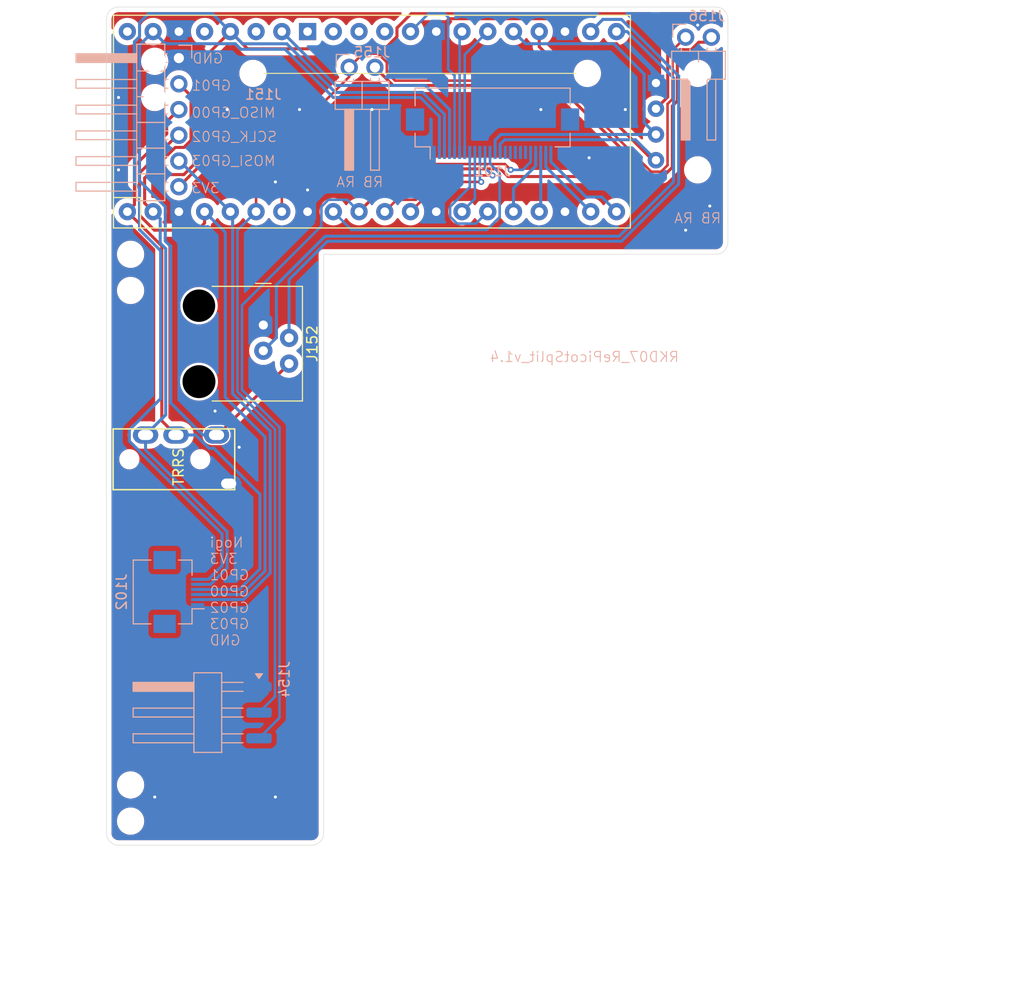
<source format=kicad_pcb>
(kicad_pcb (version 20241229) (generator "pcbnew") (generator_version "9.0")
  (layers (0 "F.Cu" signal) (2 "B.Cu" signal) (13 "F.Paste" user) (15 "B.Paste" user) (5 "F.SilkS" user "F.Silkscreen") (7 "B.SilkS" user "B.Silkscreen") (1 "F.Mask" user) (3 "B.Mask" user) (25 "Edge.Cuts" user))
  (net 0 "")
  (net 1 "VCC")
  (net 2 "GND")
  (net 3 "3V3")
  (net 11 "ROW4_L")
  (net 12 "COL9_L")
  (net 13 "SDA{slash}SCK_L")
  (net 15 "COL10_L")
  (net 16 "ROW1_L")
  (net 18 "ROW3_L")
  (net 19 "COL13_L")
  (net 20 "COL8_L")
  (net 22 "ROW0_L")
  (net 23 "COL6_L")
  (net 24 "COL7_L")
  (net 25 "COL5_L")
  (net 26 "GP17_RX")
  (net 27 "SCL{slash}TX_L")
  (net 28 "ROW2_L")
  (net 29 "COL12_L")
  (net 30 "COL11_L")
  (net 31 "GP04")
  (net 32 "GP07")
  (net 33 "GP16_TX")
  (net 34 "GP02_SCLK")
  (net 35 "GP00_MISO")
  (net 36 "GP03_MOSI")
  (net 37 "GP01_NCS")
  (net 39 "unconnected-(U101-GPIO27_ADC1-Pad32)")
  (footprint "kbd_Hole:m2_Screw_Hole" (layer "F.Cu") (at 80.9625 55.959375)
    (property "Reference" "Ref**")
    (property "Value" "Val**")
    (pad "" np_thru_hole circle (at 0 0) (size 2.2 2.2) (drill 2.2) (layers "*.Cu" "*.Mask"))
  )
  (footprint "kbd_Hole:m2_Screw_Hole" (layer "F.Cu") (at 80.9625 108.346875)
    (property "Reference" "Ref**")
    (property "Value" "Val**")
    (pad "" np_thru_hole circle (at 0 0) (size 2.2 2.2) (drill 2.2) (layers "*.Cu" "*.Mask"))
  )
  (footprint "kbd_Hole:m2_Screw_Hole" (layer "F.Cu") (at 136.92199 34.528151)
    (property "Reference" "Ref**")
    (property "Value" "Val**")
    (pad "" np_thru_hole circle (at 0 0) (size 2.2 2.2) (drill 2.2) (layers "*.Cu" "*.Mask"))
  )
  (footprint "kbd_Hole:m2_Screw_Hole" (layer "F.Cu") (at 136.92199 44.053159)
    (property "Reference" "Ref**")
    (property "Value" "Val**")
    (pad "" np_thru_hole circle (at 0 0) (size 2.2 2.2) (drill 2.2) (layers "*.Cu" "*.Mask"))
  )
  (footprint "kbd_Hole:m2_Screw_Hole" (layer "F.Cu") (at 80.9625 52.3875)
    (property "Reference" "Ref**")
    (property "Value" "Val**")
    (pad "" np_thru_hole circle (at 0 0) (size 2.2 2.2) (drill 2.2) (layers "*.Cu" "*.Mask"))
  )
  (footprint "Rikkodo_FootPrint:rkd_unified_wid_BTM" (layer "F.Cu") (at 109.5375 34.528125)
    (property "Reference" "UnifiedW**" (hide yes))
    (property "Value" "rkd_unified_wid_BTM" (hide yes))
    (pad "" np_thru_hole circle (at -16.5 0) (size 2.2 2.2) (drill 2.2) (layers "*.Cu" "*.Mask"))
    (pad "" np_thru_hole circle (at 16.5 0) (size 2.2 2.2) (drill 2.2) (layers "*.Cu" "*.Mask"))
  )
  (footprint "kbd_Hole:m2_Screw_Hole" (layer "F.Cu") (at 83.34375 33.337532)
    (property "Reference" "Ref**")
    (property "Value" "Val**")
    (pad "" np_thru_hole circle (at 0 0) (size 2.2 2.2) (drill 2.2) (layers "*.Cu" "*.Mask"))
  )
  (footprint "BrownSugar_KBD:TRRS_PJ-320A" (layer "F.Cu") (at 79.239375 72.628125 90)
    (property "Reference" "J153")
    (property "Value" "TRRS" (hide yes))
    (fp_text user "TRRS" (at -0.75 6.45 90) (layer "F.SilkS"))
    (pad "" np_thru_hole circle (at 0 1.6 90) (size 1.5 1.5) (drill 1.5) (layers "*.Cu" "*.Mask"))
    (pad "" np_thru_hole circle (at 0 8.6 90) (size 1.5 1.5) (drill 1.5) (layers "*.Cu" "*.Mask"))
    (pad "A" thru_hole oval (at -2.4 11.4 90) (size 1.7 2.5) (drill oval 1 1.5) (layers "*.Cu" "*.Mask") (net 2 "GND") (clearance 0.15))
    (pad "B" thru_hole oval (at 2.4 3.2 90) (size 1.7 2.5) (drill oval 1 1.5) (layers "*.Cu" "*.Mask") (net 37 "GP01_NCS"))
    (pad "C" thru_hole oval (at 2.4 6.2 90) (size 1.7 2.5) (drill oval 1 1.5) (layers "*.Cu" "*.Mask") (net 35 "GP00_MISO"))
    (pad "D" thru_hole oval (at 2.4 10.2 90) (size 1.7 2.5) (drill oval 1 1.5) (layers "*.Cu" "*.Mask") (net 1 "VCC") (clearance 0.15))
  )
  (footprint "Rikkodo_FootPrint:rkd_RPi_Pico_TH_NODBG" (layer "F.Cu") (at 104.775 39.290625 90)
    (property "Reference" "U101" (hide yes))
    (property "Value" "Pico")
    (pad "1" thru_hole oval (at -8.89 -24.13 90) (size 1.7 1.7) (drill 0.85) (layers "*.Cu" "*.Mask") (net 35 "GP00_MISO"))
    (pad "2" thru_hole oval (at -8.89 -21.59 90) (size 1.7 1.7) (drill 0.85) (layers "*.Cu" "*.Mask") (net 37 "GP01_NCS"))
    (pad "3" thru_hole rect (at -8.89 -19.05 90) (size 1.7 1.7) (drill 0.85) (layers "*.Cu" "*.Mask") (net 2 "GND"))
    (pad "4" thru_hole oval (at -8.89 -16.51 90) (size 1.7 1.7) (drill 0.85) (layers "*.Cu" "*.Mask") (net 34 "GP02_SCLK"))
    (pad "5" thru_hole oval (at -8.89 -13.97 90) (size 1.7 1.7) (drill 0.85) (layers "*.Cu" "*.Mask") (net 36 "GP03_MOSI"))
    (pad "6" thru_hole oval (at -8.89 -11.43 90) (size 1.7 1.7) (drill 0.85) (layers "*.Cu" "*.Mask") (net 31 "GP04"))
    (pad "7" thru_hole oval (at -8.89 -8.89 90) (size 1.7 1.7) (drill 0.85) (layers "*.Cu" "*.Mask") (net 25 "COL5_L"))
    (pad "8" thru_hole rect (at -8.89 -6.35 90) (size 1.7 1.7) (drill 0.85) (layers "*.Cu" "*.Mask") (net 2 "GND"))
    (pad "9" thru_hole oval (at -8.89 -3.81 90) (size 1.7 1.7) (drill 0.85) (layers "*.Cu" "*.Mask") (net 23 "COL6_L"))
    (pad "10" thru_hole oval (at -8.89 -1.27 90) (size 1.7 1.7) (drill 0.85) (layers "*.Cu" "*.Mask") (net 32 "GP07"))
    (pad "11" thru_hole oval (at -8.89 1.27 90) (size 1.7 1.7) (drill 0.85) (layers "*.Cu" "*.Mask") (net 24 "COL7_L"))
    (pad "12" thru_hole oval (at -8.89 3.81 90) (size 1.7 1.7) (drill 0.85) (layers "*.Cu" "*.Mask") (net 20 "COL8_L"))
    (pad "13" thru_hole rect (at -8.89 6.35 90) (size 1.7 1.7) (drill 0.85) (layers "*.Cu" "*.Mask") (net 2 "GND"))
    (pad "14" thru_hole oval (at -8.89 8.89 90) (size 1.7 1.7) (drill 0.85) (layers "*.Cu" "*.Mask") (net 12 "COL9_L"))
    (pad "15" thru_hole oval (at -8.89 11.43 90) (size 1.7 1.7) (drill 0.85) (layers "*.Cu" "*.Mask") (net 15 "COL10_L"))
    (pad "16" thru_hole oval (at -8.89 13.97 90) (size 1.7 1.7) (drill 0.85) (layers "*.Cu" "*.Mask") (net 16 "ROW1_L"))
    (pad "17" thru_hole oval (at -8.89 16.51 90) (size 1.7 1.7) (drill 0.85) (layers "*.Cu" "*.Mask") (net 28 "ROW2_L"))
    (pad "18" thru_hole rect (at -8.89 19.05 90) (size 1.7 1.7) (drill 0.85) (layers "*.Cu" "*.Mask") (net 2 "GND"))
    (pad "19" thru_hole oval (at -8.89 21.59 90) (size 1.7 1.7) (drill 0.85) (layers "*.Cu" "*.Mask") (net 18 "ROW3_L"))
    (pad "20" thru_hole oval (at -8.89 24.13 90) (size 1.7 1.7) (drill 0.85) (layers "*.Cu" "*.Mask") (net 11 "ROW4_L"))
    (pad "21" thru_hole oval (at 8.89 24.13 90) (size 1.7 1.7) (drill 0.85) (layers "*.Cu" "*.Mask") (net 33 "GP16_TX"))
    (pad "22" thru_hole oval (at 8.89 21.59 90) (size 1.7 1.7) (drill 0.85) (layers "*.Cu" "*.Mask") (net 26 "GP17_RX"))
    (pad "23" thru_hole rect (at 8.89 19.05 90) (size 1.7 1.7) (drill 0.85) (layers "*.Cu" "*.Mask") (net 2 "GND"))
    (pad "24" thru_hole oval (at 8.89 16.51 90) (size 1.7 1.7) (drill 0.85) (layers "*.Cu" "*.Mask") (net 13 "SDA{slash}SCK_L"))
    (pad "25" thru_hole oval (at 8.89 13.97 90) (size 1.7 1.7) (drill 0.85) (layers "*.Cu" "*.Mask") (net 27 "SCL{slash}TX_L"))
    (pad "26" thru_hole oval (at 8.89 11.43 90) (size 1.7 1.7) (drill 0.85) (layers "*.Cu" "*.Mask") (net 30 "COL11_L"))
    (pad "27" thru_hole oval (at 8.89 8.89 90) (size 1.7 1.7) (drill 0.85) (layers "*.Cu" "*.Mask") (net 29 "COL12_L"))
    (pad "28" thru_hole rect (at 8.89 6.35 90) (size 1.7 1.7) (drill 0.85) (layers "*.Cu" "*.Mask") (net 2 "GND"))
    (pad "29" thru_hole oval (at 8.89 3.81 90) (size 1.7 1.7) (drill 0.85) (layers "*.Cu" "*.Mask") (net 19 "COL13_L"))
    (pad "30" thru_hole oval (at 8.89 1.27 90) (size 1.7 1.7) (drill 0.85) (layers "*.Cu" "*.Mask"))
    (pad "31" thru_hole oval (at 8.89 -1.27 90) (size 1.7 1.7) (drill 0.85) (layers "*.Cu" "*.Mask"))
    (pad "32" thru_hole oval (at 8.89 -3.81 90) (size 1.7 1.7) (drill 0.85) (layers "*.Cu" "*.Mask") (net 39 "unconnected-(U101-GPIO27_ADC1-Pad32)"))
    (pad "33" thru_hole rect (at 8.89 -6.35 90) (size 1.7 1.7) (drill 0.85) (layers "*.Cu" "*.Mask"))
    (pad "34" thru_hole oval (at 8.89 -8.89 90) (size 1.7 1.7) (drill 0.85) (layers "*.Cu" "*.Mask") (net 22 "ROW0_L"))
    (pad "35" thru_hole oval (at 8.89 -11.43 90) (size 1.7 1.7) (drill 0.85) (layers "*.Cu" "*.Mask"))
    (pad "36" thru_hole oval (at 8.89 -13.97 90) (size 1.7 1.7) (drill 0.85) (layers "*.Cu" "*.Mask") (net 3 "3V3"))
    (pad "37" thru_hole oval (at 8.89 -16.51 90) (size 1.7 1.7) (drill 0.85) (layers "*.Cu" "*.Mask"))
    (pad "38" thru_hole rect (at 8.89 -19.05 90) (size 1.7 1.7) (drill 0.85) (layers "*.Cu" "*.Mask") (net 2 "GND"))
    (pad "39" thru_hole oval (at 8.89 -21.59 90) (size 1.7 1.7) (drill 0.85) (layers "*.Cu" "*.Mask") (net 1 "VCC"))
    (pad "40" thru_hole oval (at 8.89 -24.13 90) (size 1.7 1.7) (drill 0.85) (layers "*.Cu" "*.Mask"))
  )
  (footprint "BrownSugar_KBD:OLED_center_display" (layer "F.Cu") (at 114.3 39.290625 90)
    (property "Reference" "OL101")
    (property "Value" "OLED")
    (pad "1" thru_hole circle (at -3.81 18.5 90) (size 1.62 1.62) (drill 0.82) (layers "*.Cu" "*.Mask") (net 13 "SDA{slash}SCK_L"))
    (pad "2" thru_hole circle (at -1.27 18.5 90) (size 1.62 1.62) (drill 0.82) (layers "*.Cu" "*.Mask") (net 27 "SCL{slash}TX_L"))
    (pad "3" thru_hole circle (at 1.27 18.5 90) (size 1.62 1.62) (drill 0.82) (layers "*.Cu" "*.Mask") (net 3 "3V3"))
    (pad "4" thru_hole rect (at 3.81 18.5 90) (size 1.62 1.62) (drill 0.82) (layers "*.Cu" "*.Mask") (net 2 "GND"))
  )
  (footprint "kbd_Hole:m2_Screw_Hole" (layer "F.Cu") (at 80.9625 104.775)
    (property "Reference" "Ref**")
    (property "Value" "Val**")
    (pad "" np_thru_hole circle (at 0 0) (size 2.2 2.2) (drill 2.2) (layers "*.Cu" "*.Mask"))
  )
  (footprint "Connector_RJ:RJ9_Evercom_5301-440xxx_Horizontal" (layer "F.Cu") (at 94.059375 59.3725 -90)
    (property "Reference" "J152" (at 1.84 -4.826 90) (layer "F.SilkS"))
    (property "Value" "RJ9")
    (pad "" np_thru_hole circle (at -1.91 6.35 270) (size 3.25 3.25) (drill 3.2) (layers "*.Mask"))
    (pad "" np_thru_hole circle (at 5.59 6.35 270) (size 3.25 3.25) (drill 3.25) (layers "*.Mask"))
    (pad "1" thru_hole roundrect (at 0 0 270) (size 1.8 1.8) (drill 0.9) (layers "*.Cu" "*.Mask") (roundrect_rratio 0.1388888889) (net 2 "GND"))
    (pad "2" thru_hole circle (at 1.27 -2.54 270) (size 1.8 1.8) (drill 0.9) (layers "*.Cu" "*.Mask") (net 26 "GP17_RX"))
    (pad "3" thru_hole circle (at 2.54 0 270) (size 1.8 1.8) (drill 0.9) (layers "*.Cu" "*.Mask") (net 33 "GP16_TX"))
    (pad "4" thru_hole circle (at 3.81 -2.54 270) (size 1.8 1.8) (drill 0.9) (layers "*.Cu" "*.Mask") (net 1 "VCC"))
  )
  (footprint "kbd_Hole:m2_Screw_Hole" (layer "F.Cu") (at 83.34375 36.909375)
    (property "Reference" "Ref**")
    (property "Value" "Val**")
    (pad "" np_thru_hole circle (at 0 0) (size 2.2 2.2) (drill 2.2) (layers "*.Cu" "*.Mask"))
  )
  (footprint "Connector_PinHeader_2.54mm:PinHeader_1x02_P2.54mm_Horizontal" (layer "B.Cu") (at 135.73125 30.95625 -90)
    (property "Reference" "J156" (at -2.083618 -2.083478 0) (layer "B.SilkS") (effects (justify mirror)))
    (property "Value" "Conn_01x02_Socket")
    (pad "1" thru_hole circle (at 0 0 270) (size 1.7 1.7) (drill 1) (layers "*.Cu" "*.Mask") (net 31 "GP04"))
    (pad "2" thru_hole circle (at 0 -2.54 270) (size 1.7 1.7) (drill 1) (layers "*.Cu" "*.Mask") (net 32 "GP07"))
  )
  (footprint "Connector_Harwin:Harwin_M20-89003xx_1x03_P2.54mm_Horizontal" (layer "B.Cu") (at 88.10625 97.63125 180)
    (property "Reference" "J154" (at -8.036861 3.274018 270) (layer "B.SilkS") (effects (justify mirror)))
    (property "Value" "Conn_01x02_Socket")
    (pad "1" smd roundrect (at -5.525 2.54 180) (size 2.5 1) (layers "B.Cu" "B.Mask" "B.Paste") (net 2 "GND"))
    (pad "2" smd roundrect (at -5.525 0 180) (size 2.5 1) (layers "B.Cu" "B.Mask" "B.Paste") (net 31 "GP04"))
    (pad "3" smd roundrect (at -5.525 -2.54 180) (size 2.5 1) (layers "B.Cu" "B.Mask" "B.Paste") (net 32 "GP07"))
  )
  (footprint "Connector_FFC-FPC:Hirose_FH12-6S-0.5SH_1x06-1MP_P0.50mm_Horizontal" (layer "B.Cu") (at 85.725 85.725 90)
    (property "Reference" "J102" (at 0.000067 -5.655536 90) (layer "B.SilkS") (effects (justify mirror)))
    (property "Value" "Conn_01x06")
    (pad "1" smd rect (at -1.25 1.85 90) (size 0.3 1.3) (layers "B.Cu" "B.Mask" "B.Paste") (net 2 "GND"))
    (pad "2" smd rect (at -0.75 1.85 90) (size 0.3 1.3) (layers "B.Cu" "B.Mask" "B.Paste") (net 36 "GP03_MOSI"))
    (pad "3" smd rect (at -0.25 1.85 90) (size 0.3 1.3) (layers "B.Cu" "B.Mask" "B.Paste") (net 34 "GP02_SCLK"))
    (pad "4" smd rect (at 0.25 1.85 90) (size 0.3 1.3) (layers "B.Cu" "B.Mask" "B.Paste") (net 35 "GP00_MISO"))
    (pad "5" smd rect (at 0.75 1.85 90) (size 0.3 1.3) (layers "B.Cu" "B.Mask" "B.Paste") (net 37 "GP01_NCS"))
    (pad "6" smd rect (at 1.25 1.85 90) (size 0.3 1.3) (layers "B.Cu" "B.Mask" "B.Paste") (net 3 "3V3"))
    (pad "MP" smd rect (at -3.15 -1.4 90) (size 1.8 2.2) (layers "B.Cu" "B.Mask" "B.Paste"))
    (pad "MP" smd rect (at 3.15 -1.4 90) (size 1.8 2.2) (layers "B.Cu" "B.Mask" "B.Paste"))
  )
  (footprint "Connector_PinHeader_2.54mm:PinHeader_1x06_P2.54mm_Horizontal" (layer "B.Cu") (at 85.725 33.02 180)
    (property "Reference" "J151" (at -8.334375 -3.591688 0) (layer "B.SilkS") (effects (justify mirror)))
    (property "Value" "Conn_01x06")
    (pad "1" thru_hole rect (at 0 0 180) (size 1.7 1.7) (drill 1) (layers "*.Cu" "*.Mask") (net 2 "GND"))
    (pad "2" thru_hole circle (at 0 -2.54 180) (size 1.7 1.7) (drill 1) (layers "*.Cu" "*.Mask") (net 37 "GP01_NCS"))
    (pad "3" thru_hole circle (at 0 -5.08 180) (size 1.7 1.7) (drill 1) (layers "*.Cu" "*.Mask") (net 35 "GP00_MISO"))
    (pad "4" thru_hole circle (at 0 -7.62 180) (size 1.7 1.7) (drill 1) (layers "*.Cu" "*.Mask") (net 34 "GP02_SCLK"))
    (pad "5" thru_hole circle (at 0 -10.16 180) (size 1.7 1.7) (drill 1) (layers "*.Cu" "*.Mask") (net 36 "GP03_MOSI"))
    (pad "6" thru_hole circle (at 0 -12.7 180) (size 1.7 1.7) (drill 1) (layers "*.Cu" "*.Mask") (net 3 "3V3"))
  )
  (footprint "Connector_PinHeader_2.54mm:PinHeader_1x02_P2.54mm_Horizontal" (layer "B.Cu") (at 102.532568 33.932841 -90)
    (property "Reference" "J155" (at -1.488337 -2.242344 0) (layer "B.SilkS") (effects (justify mirror)))
    (property "Value" "Conn_01x02_Socket")
    (pad "1" thru_hole circle (at 0 0 270) (size 1.7 1.7) (drill 1) (layers "*.Cu" "*.Mask") (net 31 "GP04"))
    (pad "2" thru_hole circle (at 0 -2.54 270) (size 1.7 1.7) (drill 1) (layers "*.Cu" "*.Mask") (net 32 "GP07"))
  )
  (footprint "Connector_FFC-FPC:Hirose_FH12-24S-0.5SH_1x24-1MP_P0.50mm_Horizontal" (layer "B.Cu") (at 116.68125 40.48125)
    (property "Reference" "J101" (at 0 3.7 0) (layer "B.SilkS") (effects (justify mirror)))
    (property "Value" "Conn_01x24")
    (pad "1" smd rect (at -5.75 1.85) (size 0.3 1.3) (layers "B.Cu" "B.Mask" "B.Paste") (net 2 "GND"))
    (pad "2" smd rect (at -5.25 1.85) (size 0.3 1.3) (layers "B.Cu" "B.Mask" "B.Paste") (net 1 "VCC"))
    (pad "3" smd rect (at -4.75 1.85) (size 0.3 1.3) (layers "B.Cu" "B.Mask" "B.Paste") (net 3 "3V3"))
    (pad "4" smd rect (at -4.25 1.85) (size 0.3 1.3) (layers "B.Cu" "B.Mask" "B.Paste") (net 22 "ROW0_L"))
    (pad "5" smd rect (at -3.75 1.85) (size 0.3 1.3) (layers "B.Cu" "B.Mask" "B.Paste") (net 19 "COL13_L"))
    (pad "6" smd rect (at -3.25 1.85) (size 0.3 1.3) (layers "B.Cu" "B.Mask" "B.Paste") (net 29 "COL12_L"))
    (pad "7" smd rect (at -2.75 1.85) (size 0.3 1.3) (layers "B.Cu" "B.Mask" "B.Paste") (net 30 "COL11_L"))
    (pad "8" smd rect (at -2.25 1.85) (size 0.3 1.3) (layers "B.Cu" "B.Mask" "B.Paste") (net 15 "COL10_L"))
    (pad "9" smd rect (at -1.75 1.85) (size 0.3 1.3) (layers "B.Cu" "B.Mask" "B.Paste") (net 12 "COL9_L"))
    (pad "10" smd rect (at -1.25 1.85) (size 0.3 1.3) (layers "B.Cu" "B.Mask" "B.Paste") (net 20 "COL8_L"))
    (pad "11" smd rect (at -0.75 1.85) (size 0.3 1.3) (layers "B.Cu" "B.Mask" "B.Paste") (net 24 "COL7_L"))
    (pad "12" smd rect (at -0.25 1.85) (size 0.3 1.3) (layers "B.Cu" "B.Mask" "B.Paste") (net 23 "COL6_L"))
    (pad "13" smd rect (at 0.25 1.85) (size 0.3 1.3) (layers "B.Cu" "B.Mask" "B.Paste") (net 27 "SCL{slash}TX_L"))
    (pad "14" smd rect (at 0.75 1.85) (size 0.3 1.3) (layers "B.Cu" "B.Mask" "B.Paste") (net 13 "SDA{slash}SCK_L"))
    (pad "15" smd rect (at 1.25 1.85) (size 0.3 1.3) (layers "B.Cu" "B.Mask" "B.Paste"))
    (pad "16" smd rect (at 1.75 1.85) (size 0.3 1.3) (layers "B.Cu" "B.Mask" "B.Paste"))
    (pad "17" smd rect (at 2.25 1.85) (size 0.3 1.3) (layers "B.Cu" "B.Mask" "B.Paste"))
    (pad "18" smd rect (at 2.75 1.85) (size 0.3 1.3) (layers "B.Cu" "B.Mask" "B.Paste"))
    (pad "19" smd rect (at 3.25 1.85) (size 0.3 1.3) (layers "B.Cu" "B.Mask" "B.Paste"))
    (pad "20" smd rect (at 3.75 1.85) (size 0.3 1.3) (layers "B.Cu" "B.Mask" "B.Paste") (net 25 "COL5_L"))
    (pad "21" smd rect (at 4.25 1.85) (size 0.3 1.3) (layers "B.Cu" "B.Mask" "B.Paste") (net 16 "ROW1_L"))
    (pad "22" smd rect (at 4.75 1.85) (size 0.3 1.3) (layers "B.Cu" "B.Mask" "B.Paste") (net 28 "ROW2_L"))
    (pad "23" smd rect (at 5.25 1.85) (size 0.3 1.3) (layers "B.Cu" "B.Mask" "B.Paste") (net 18 "ROW3_L"))
    (pad "24" smd rect (at 5.75 1.85) (size 0.3 1.3) (layers "B.Cu" "B.Mask" "B.Paste") (net 11 "ROW4_L"))
    (pad "MP" smd rect (at -7.65 -1.4) (size 1.8 2.2) (layers "B.Cu" "B.Mask" "B.Paste"))
    (pad "MP" smd rect (at 7.65 -1.4) (size 1.8 2.2) (layers "B.Cu" "B.Mask" "B.Paste"))
  )
  (gr_line (start 100.0125 52.3875) (end 100.0125 109.537499) (stroke (width 0.05)) (layer "Edge.Cuts"))
  (gr_line (start 79.771875 27.979708) (end 138.707929 27.979708) (stroke (width 0.05)) (layer "Edge.Cuts"))
  (gr_arc (start 138.707929 27.979686) (mid 139.549832 28.328418) (end 139.898577 29.170311) (stroke (width 0.05)) (layer "Edge.Cuts"))
  (gr_arc (start 78.581392 29.170409) (mid 78.930113 28.328529) (end 79.772017 27.979784) (stroke (width 0.05)) (layer "Edge.Cuts"))
  (gr_arc (start 100.0125 109.537499) (mid 99.663774 110.379399) (end 98.821874 110.728125) (stroke (width 0.05)) (layer "Edge.Cuts"))
  (gr_line (start 139.898574 29.160641) (end 139.898557 51.196876) (stroke (width 0.05)) (layer "Edge.Cuts"))
  (gr_arc (start 79.771942 110.728125) (mid 78.930042 110.379399) (end 78.581316 109.537499) (stroke (width 0.05)) (layer "Edge.Cuts"))
  (gr_line (start 78.581314 29.170409) (end 78.581316 109.54738) (stroke (width 0.05)) (layer "Edge.Cuts"))
  (gr_arc (start 139.898555 51.196876) (mid 139.549811 52.038755) (end 138.707931 52.3875) (stroke (width 0.05)) (layer "Edge.Cuts"))
  (gr_line (start 98.821874 110.728125) (end 79.771942 110.728125) (stroke (width 0.05)) (layer "Edge.Cuts"))
  (gr_line (start 138.70445 52.3875) (end 100.0125 52.3875) (stroke (width 0.05)) (layer "Edge.Cuts"))
  (gr_text "RB RA" (at 134.540738 49.410979 0) (layer "B.SilkS") (effects (font (size 1 1) (thickness 0.1)) (justify right bottom mirror)))
  (gr_text "MOSI_GP03" (at 86.915552 43.755432 0) (layer "B.SilkS") (effects (font (size 1 1) (thickness 0.1)) (justify right bottom mirror)))
  (gr_text "RB RA" (at 101.20321 45.839101 0) (layer "B.SilkS") (effects (font (size 1 1) (thickness 0.1)) (justify right bottom mirror)))
  (gr_text "3V3" (at 86.915552 46.434336 0) (layer "B.SilkS") (effects (font (size 1 1) (thickness 0.1)) (justify right bottom mirror)))
  (gr_text "SCLK_GP02" (at 86.915552 41.374184 0) (layer "B.SilkS") (effects (font (size 1 1) (thickness 0.1)) (justify right bottom mirror)))
  (gr_text "MISO_GP00" (at 86.915552 38.992936 0) (layer "B.SilkS") (effects (font (size 1 1) (thickness 0.1)) (justify right bottom mirror)))
  (gr_text "GP01" (at 86.915552 36.314032 0) (layer "B.SilkS") (effects (font (size 1 1) (thickness 0.1)) (justify right bottom mirror)))
  (gr_text "RKD07_RePicotSplit_v1.4" (at 135.136051 63.103178 0) (layer "B.SilkS") (effects (font (size 1 1) (thickness 0.1)) (justify left bottom mirror)))
  (gr_text "GND" (at 86.995 33.635128 0) (layer "B.SilkS") (effects (font (size 1 1) (thickness 0.1)) (justify right bottom mirror)))
  (gr_text "Nogi\n3V3\nGP01\nGP00\nGP02\nGP03\nGND" (at 88.701637 91.082884 0) (layer "B.SilkS") (effects (font (size 1 1) (thickness 0.1)) (justify right bottom mirror)))
  (segment (start 89.439375 70.228125) (end 89.55375 70.228125) (width 0.3) (layer "F.Cu") (net 1))
  (segment (start 83.64148 30.400657) (end 83.64148 30.93648) (width 0.3) (layer "F.Cu") (net 1))
  (segment (start 89.55375 70.228125) (end 96.599375 63.1825) (width 0.3) (layer "F.Cu") (net 1))
  (segment (start 81.84275 45.139904) (end 81.84275 31.742875) (width 0.3) (layer "B.Cu") (net 1))
  (segment (start 100.964951 36.909375) (end 109.561375 36.909375) (width 0.3) (layer "B.Cu") (net 1))
  (segment (start 88.087515 70.228125) (end 84.929393 67.070003) (width 0.3) (layer "B.Cu") (net 1))
  (segment (start 89.439375 70.228125) (end 88.087515 70.228125) (width 0.3) (layer "B.Cu") (net 1))
  (segment (start 84.897797 51.591893) (end 84.386 51.080096) (width 0.3) (layer "B.Cu") (net 1))
  (segment (start 91.842757 32.146902) (end 96.202478 32.146902) (width 0.3) (layer "B.Cu") (net 1))
  (segment (start 111.43125 38.77925) (end 111.43125 42.33125) (width 0.3) (layer "B.Cu") (net 1))
  (segment (start 109.561375 36.909375) (end 111.43125 38.77925) (width 0.3) (layer "B.Cu") (net 1))
  (segment (start 96.202478 32.146902) (end 100.964951 36.909375) (width 0.3) (layer "B.Cu") (net 1))
  (segment (start 84.386 31.601625) (end 91.29748 31.601625) (width 0.3) (layer "B.Cu") (net 1))
  (segment (start 91.29748 31.601625) (end 91.842757 32.146902) (width 0.3) (layer "B.Cu") (net 1))
  (segment (start 84.929393 51.591893) (end 84.897797 51.591893) (width 0.3) (layer "B.Cu") (net 1))
  (segment (start 83.185 30.400625) (end 84.386 31.601625) (width 0.3) (layer "B.Cu") (net 1))
  (segment (start 84.386 51.080096) (end 84.386 47.683154) (width 0.3) (layer "B.Cu") (net 1))
  (segment (start 84.929393 67.070003) (end 84.929393 51.591893) (width 0.3) (layer "B.Cu") (net 1))
  (segment (start 81.84275 31.742875) (end 83.185 30.400625) (width 0.3) (layer "B.Cu") (net 1))
  (segment (start 84.386 47.683154) (end 81.84275 45.139904) (width 0.3) (layer "B.Cu") (net 1))
  (segment (start 112.393917 29.131708) (end 122.556083 29.131708) (width 0.3) (layer "F.Cu") (net 2))
  (segment (start 122.556083 29.131708) (end 123.825 30.400625) (width 0.3) (layer "F.Cu") (net 2))
  (segment (start 98.425 55.006875) (end 94.059375 59.3725) (width 0.3) (layer "F.Cu") (net 2))
  (segment (start 88.106324 32.146902) (end 87.471277 32.146902) (width 0.3) (layer "F.Cu") (net 2))
  (segment (start 111.125 48.180625) (end 112.326 46.979625) (width 0.3) (layer "F.Cu") (net 2))
  (segment (start 122.624 46.979625) (end 123.825 48.180625) (width 0.3) (layer "F.Cu") (net 2))
  (segment (start 84.663921 44.519) (end 86.21748 44.519) (width 0.3) (layer "F.Cu") (net 2))
  (segment (start 88.200637 42.535843) (end 88.200637 35.495637) (width 0.3) (layer "F.Cu") (net 2))
  (segment (start 85.725 48.180625) (end 83.92328 46.378905) (width 0.3) (layer "F.Cu") (net 2))
  (segment (start 112.326 46.979625) (end 122.624 46.979625) (width 0.3) (layer "F.Cu") (net 2))
  (segment (start 88.200637 32.241215) (end 88.106324 32.146902) (width 0.3) (layer "F.Cu") (net 2))
  (segment (start 85.725 33.02) (end 85.725 30.400625) (width 0.3) (layer "F.Cu") (net 2))
  (segment (start 88.200637 35.495637) (end 85.725 33.02) (width 0.3) (layer "F.Cu") (net 2))
  (segment (start 128.921 31.601625) (end 132.8 35.480625) (width 0.3) (layer "F.Cu") (net 2))
  (segment (start 88.200637 35.495637) (end 88.200637 32.241215) (width 0.3) (layer "F.Cu") (net 2))
  (segment (start 83.92328 46.378905) (end 83.92328 45.259641) (width 0.3) (layer "F.Cu") (net 2))
  (segment (start 98.425 48.180625) (end 98.425 55.006875) (width 0.3) (layer "F.Cu") (net 2))
  (segment (start 123.825 30.400625) (end 125.026 31.601625) (width 0.3) (layer "F.Cu") (net 2))
  (segment (start 111.125 30.400625) (end 112.393917 29.131708) (width 0.3) (layer "F.Cu") (net 2))
  (segment (start 86.21748 44.519) (end 88.200637 42.535843) (width 0.3) (layer "F.Cu") (net 2))
  (segment (start 87.471277 32.146902) (end 85.725 30.400625) (width 0.3) (layer "F.Cu") (net 2))
  (segment (start 125.026 31.601625) (end 128.921 31.601625) (width 0.3) (layer "F.Cu") (net 2))
  (segment (start 83.92328 45.259641) (end 84.663921 44.519) (width 0.3) (layer "F.Cu") (net 2))
  (via (at 129.778125 38.1) (size 0.6) (drill 0.3) (layers "F.Cu" "B.Cu") (net 2))
  (via (at 126.20625 42.8625) (size 0.6) (drill 0.3) (layers "F.Cu" "B.Cu") (net 2))
  (via (at 136.921875 29.765625) (size 0.6) (drill 0.3) (layers "F.Cu" "B.Cu") (net 2))
  (via (at 90.4875 38.1) (size 0.6) (drill 0.3) (layers "F.Cu" "B.Cu") (net 2))
  (via (at 95.25 105.965625) (size 0.6) (drill 0.3) (layers "F.Cu" "B.Cu") (net 2))
  (via (at 138.1125 47.625) (size 0.6) (drill 0.3) (layers "F.Cu" "B.Cu") (net 2))
  (via (at 79.771875 44.053125) (size 0.6) (drill 0.3) (layers "F.Cu" "B.Cu") (net 2))
  (via (at 104.775 38.1) (size 0.6) (drill 0.3) (layers "F.Cu" "B.Cu") (net 2))
  (via (at 89.296875 67.865625) (size 0.6) (drill 0.3) (layers "F.Cu" "B.Cu") (net 2))
  (via (at 121.44375 38.1) (size 0.6) (drill 0.3) (layers "F.Cu" "B.Cu") (net 2))
  (via (at 91.678125 71.4375) (size 0.6) (drill 0.3) (layers "F.Cu" "B.Cu") (net 2))
  (via (at 135.73125 50.00625) (size 0.6) (drill 0.3) (layers "F.Cu" "B.Cu") (net 2))
  (via (at 97.63125 38.1) (size 0.6) (drill 0.3) (layers "F.Cu" "B.Cu") (net 2))
  (via (at 83.34375 105.965625) (size 0.6) (drill 0.3) (layers "F.Cu" "B.Cu") (net 2))
  (via (at 95.25 45.24375) (size 0.6) (drill 0.3) (layers "F.Cu" "B.Cu") (net 2))
  (via (at 79.771875 36.909375) (size 0.6) (drill 0.3) (layers "F.Cu" "B.Cu") (net 2))
  (via (at 98.425 46.0375) (size 0.6) (drill 0.3) (layers "F.Cu" "B.Cu") (net 2))
  (segment (start 109.57925 42.33125) (end 110.93125 42.33125) (width 0.3) (layer "B.Cu") (net 2))
  (segment (start 106.52825 39.28025) (end 106.549842 39.301843) (width 0.3) (layer "B.Cu") (net 2))
  (segment (start 87.575 86.975) (end 87.575 89.035) (width 0.3) (layer "B.Cu") (net 2))
  (segment (start 87.80852 33.019968) (end 87.808488 33.02) (width 0.3) (layer "B.Cu") (net 2))
  (segment (start 110.93125 47.986875) (end 111.125 48.180625) (width 0.3) (layer "B.Cu") (net 2))
  (segment (start 106.52825 39.28025) (end 94.068802 39.28025) (width 0.3) (layer "B.Cu") (net 2))
  (segment (start 106.549842 39.301843) (end 109.57925 42.33125) (width 0.3) (layer "B.Cu") (net 2))
  (segment (start 91.696875 75.028125) (end 90.639375 75.028125) (width 0.5) (layer "B.Cu") (net 2))
  (segment (start 110.93125 42.33125) (end 110.93125 47.986875) (width 0.3) (layer "B.Cu") (net 2))
  (segment (start 87.808488 33.02) (end 85.725 33.02) (width 0.3) (layer "B.Cu") (net 2))
  (segment (start 94.068802 39.28025) (end 87.80852 33.019968) (width 0.3) (layer "B.Cu") (net 2))
  (segment (start 87.575 89.035) (end 93.63125 95.09125) (width 0.3) (layer "B.Cu") (net 2))
  (segment (start 132.21517 28.630708) (end 108.656446 28.630708) (width 0.3) (layer "F.Cu") (net 3))
  (segment (start 107.246 30.041154) (end 107.246 30.898096) (width 0.3) (layer "F.Cu") (net 3))
  (segment (start 132.8 38.020625) (end 133.961 36.859625) (width 0.3) (layer "F.Cu") (net 3))
  (segment (start 108.656446 28.630708) (end 107.246 30.041154) (width 0.3) (layer "F.Cu") (net 3))
  (segment (start 92.507 32.102625) (end 90.805 30.400625) (width 0.3) (layer "F.Cu") (net 3))
  (segment (start 106.041471 32.102625) (end 92.507 32.102625) (width 0.3) (layer "F.Cu") (net 3))
  (segment (start 133.961 30.376538) (end 132.21517 28.630708) (width 0.3) (layer "F.Cu") (net 3))
  (segment (start 107.246 30.898096) (end 106.041471 32.102625) (width 0.3) (layer "F.Cu") (net 3))
  (segment (start 133.961 36.859625) (end 133.961 30.376538) (width 0.3) (layer "F.Cu") (net 3))
  (segment (start 88.701637 42.743363) (end 88.701637 32.503988) (width 0.3) (layer "F.Cu") (net 3))
  (segment (start 85.725 45.72) (end 88.701637 42.743363) (width 0.3) (layer "F.Cu") (net 3))
  (segment (start 88.701637 32.503988) (end 90.805 30.400625) (width 0.3) (layer "F.Cu") (net 3))
  (segment (start 96.384075 31.60822) (end 96.384075 31.619979) (width 0.3) (layer "B.Cu") (net 3))
  (segment (start 81.34175 45.347424) (end 81.846 45.851674) (width 0.3) (layer "B.Cu") (net 3))
  (segment (start 81.846 29.514208) (end 81.846 30.898096) (width 0.3) (layer "B.Cu") (net 3))
  (segment (start 88.64773 84.475) (end 87.575 84.475) (width 0.3) (layer "B.Cu") (net 3))
  (segment (start 80.838375 70.83127) (end 89.9865 79.979395) (width 0.3) (layer "B.Cu") (net 3))
  (segment (start 82.7295 28.630708) (end 81.846 29.514208) (width 0.3) (layer "B.Cu") (net 3))
  (segment (start 83.927393 66.641637) (end 80.838375 69.730655) (width 0.3) (layer "B.Cu") (net 3))
  (segment (start 96.384075 31.619979) (end 101.172471 36.408375) (width 0.3) (layer "B.Cu") (net 3))
  (segment (start 89.9865 83.13623) (end 88.64773 84.475) (width 0.3) (layer "B.Cu") (net 3))
  (segment (start 81.846 49.957137) (end 83.927393 52.03853) (width 0.3) (layer "B.Cu") (net 3))
  (segment (start 89.035083 28.630708) (end 82.7295 28.630708) (width 0.3) (layer "B.Cu") (net 3))
  (segment (start 81.846 30.898096) (end 81.34175 31.402346) (width 0.3) (layer "B.Cu") (net 3))
  (segment (start 109.768896 36.408375) (end 111.93125 38.570729) (width 0.3) (layer "B.Cu") (net 3))
  (segment (start 111.93125 38.570729) (end 111.93125 42.33125) (width 0.3) (layer "B.Cu") (net 3))
  (segment (start 90.805 30.400625) (end 89.035083 28.630708) (width 0.3) (layer "B.Cu") (net 3))
  (segment (start 101.172471 36.408375) (end 109.768896 36.408375) (width 0.3) (layer "B.Cu") (net 3))
  (segment (start 90.805 30.400625) (end 92.012595 31.60822) (width 0.3) (layer "B.Cu") (net 3))
  (segment (start 81.34175 31.402346) (end 81.34175 45.347424) (width 0.3) (layer "B.Cu") (net 3))
  (segment (start 80.838375 69.730655) (end 80.838375 70.83127) (width 0.3) (layer "B.Cu") (net 3))
  (segment (start 83.927393 52.03853) (end 83.927393 66.641637) (width 0.3) (layer "B.Cu") (net 3))
  (segment (start 89.9865 79.979395) (end 89.9865 83.13623) (width 0.3) (layer "B.Cu") (net 3))
  (segment (start 81.846 45.851674) (end 81.846 49.957137) (width 0.3) (layer "B.Cu") (net 3))
  (segment (start 92.012595 31.60822) (end 96.384075 31.60822) (width 0.3) (layer "B.Cu") (net 3))
  (segment (start 127.456367 46.731992) (end 128.905 48.180625) (width 0.3) (layer "B.Cu") (net 11))
  (segment (start 122.43125 43.254754) (end 125.908488 46.731992) (width 0.3) (layer "B.Cu") (net 11))
  (segment (start 122.43125 42.33125) (end 122.43125 43.254754) (width 0.3) (layer "B.Cu") (net 11))
  (segment (start 128.280625 48.180625) (end 128.905 48.180625) (width 0.3) (layer "B.Cu") (net 11))
  (segment (start 125.908488 46.731992) (end 127.456367 46.731992) (width 0.3) (layer "B.Cu") (net 11))
  (segment (start 113.665 48.180625) (end 114.93125 46.914375) (width 0.25) (layer "B.Cu") (net 12))
  (segment (start 114.93125 46.914375) (end 114.93125 42.33125) (width 0.25) (layer "B.Cu") (net 12))
  (segment (start 132.487265 43.100625) (end 132.8 43.100625) (width 0.3) (layer "F.Cu") (net 13))
  (segment (start 121.285 31.89836) (end 132.487265 43.100625) (width 0.3) (layer "F.Cu") (net 13))
  (segment (start 121.285 30.400625) (end 121.285 31.89836) (width 0.3) (layer "F.Cu") (net 13))
  (segment (start 117.43125 42.33125) (end 117.43125 41.517054) (width 0.3) (layer "B.Cu") (net 13))
  (segment (start 132.8 43.100625) (end 132.699 43.201625) (width 0.3) (layer "B.Cu") (net 13))
  (segment (start 130.775903 41.076528) (end 132.8 43.100625) (width 0.3) (layer "B.Cu") (net 13))
  (segment (start 117.871776 41.076528) (end 130.775903 41.076528) (width 0.3) (layer "B.Cu") (net 13))
  (segment (start 117.43125 41.517054) (end 117.871776 41.076528) (width 0.3) (layer "B.Cu") (net 13))
  (segment (start 112.489 48.667741) (end 113.177884 49.356625) (width 0.25) (layer "B.Cu") (net 15))
  (segment (start 112.489 47.693509) (end 112.489 48.667741) (width 0.25) (layer "B.Cu") (net 15))
  (segment (start 114.43125 42.33125) (end 114.43125 45.751259) (width 0.25) (layer "B.Cu") (net 15))
  (segment (start 113.177884 49.356625) (end 115.029 49.356625) (width 0.25) (layer "B.Cu") (net 15))
  (segment (start 114.43125 45.751259) (end 112.489 47.693509) (width 0.25) (layer "B.Cu") (net 15))
  (segment (start 115.029 49.356625) (end 116.205 48.180625) (width 0.25) (layer "B.Cu") (net 15))
  (segment (start 120.93125 43.672518) (end 120.93125 42.33125) (width 0.3) (layer "B.Cu") (net 16))
  (segment (start 118.745 45.858768) (end 120.93125 43.672518) (width 0.3) (layer "B.Cu") (net 16))
  (segment (start 118.745001 48.180625) (end 118.745 48.180625) (width 0.3) (layer "B.Cu") (net 16))
  (segment (start 118.745 48.180625) (end 118.745 45.858768) (width 0.3) (layer "B.Cu") (net 16))
  (segment (start 121.93125 42.33125) (end 121.93125 43.746875) (width 0.3) (layer "B.Cu") (net 18))
  (segment (start 121.93125 43.746875) (end 126.365 48.180625) (width 0.3) (layer "B.Cu") (net 18))
  (segment (start 110.379917 28.605708) (end 111.91875 28.605708) (width 0.25) (layer "B.Cu") (net 19))
  (segment (start 111.91875 28.605708) (end 112.301 28.987958) (width 0.25) (layer "B.Cu") (net 19))
  (segment (start 112.93125 34.746875) (end 112.93125 42.33125) (width 0.25) (layer "B.Cu") (net 19))
  (segment (start 112.301 28.987958) (end 112.301 34.116625) (width 0.25) (layer "B.Cu") (net 19))
  (segment (start 108.585 30.400625) (end 110.379917 28.605708) (width 0.25) (layer "B.Cu") (net 19))
  (segment (start 112.301 34.116625) (end 112.93125 34.746875) (width 0.25) (layer "B.Cu") (net 19))
  (segment (start 111.521837 45.243788) (end 108.585 48.180625) (width 0.25) (layer "F.Cu") (net 20))
  (segment (start 115.55625 45.243788) (end 111.521837 45.243788) (width 0.25) (layer "F.Cu") (net 20))
  (via (at 115.55625 45.243788) (size 0.6) (drill 0.3) (layers "F.Cu" "B.Cu") (net 20))
  (segment (start 115.43125 45.118788) (end 115.55625 45.243788) (width 0.25) (layer "B.Cu") (net 20))
  (segment (start 115.43125 42.33125) (end 115.43125 45.118788) (width 0.25) (layer "B.Cu") (net 20))
  (segment (start 110.05 35.71875) (end 112.43125 38.1) (width 0.3) (layer "B.Cu") (net 22))
  (segment (start 112.43125 38.1) (end 112.43125 42.33125) (width 0.3) (layer "B.Cu") (net 22))
  (segment (start 95.885 30.400625) (end 101.203125 35.71875) (width 0.3) (layer "B.Cu") (net 22))
  (segment (start 101.203125 35.71875) (end 110.05 35.71875) (width 0.3) (layer "B.Cu") (net 22))
  (segment (start 116.116722 49.975605) (end 102.75998 49.975605) (width 0.25) (layer "B.Cu") (net 23))
  (segment (start 116.43125 43.457849) (end 117.381 44.407599) (width 0.25) (layer "B.Cu") (net 23))
  (segment (start 117.381 48.711327) (end 116.116722 49.975605) (width 0.25) (layer "B.Cu") (net 23))
  (segment (start 117.381 44.407599) (end 117.381 48.711327) (width 0.25) (layer "B.Cu") (net 23))
  (segment (start 102.75998 49.975605) (end 100.965 48.180625) (width 0.25) (layer "B.Cu") (net 23))
  (segment (start 116.43125 42.33125) (end 116.43125 43.457849) (width 0.25) (layer "B.Cu") (net 23))
  (segment (start 107.221 47.004625) (end 109.12319 47.004625) (width 0.25) (layer "F.Cu") (net 24))
  (segment (start 107.221 47.004625) (end 106.045 48.180625) (width 0.25) (layer "F.Cu") (net 24))
  (segment (start 109.12319 47.004625) (end 111.521837 44.605978) (width 0.25) (layer "F.Cu") (net 24))
  (segment (start 116.681348 44.605978) (end 111.521837 44.605978) (width 0.25) (layer "F.Cu") (net 24))
  (via (at 116.681348 44.605978) (size 0.6) (drill 0.3) (layers "F.Cu" "B.Cu") (net 24))
  (segment (start 115.93125 43.85588) (end 115.93125 42.33125) (width 0.25) (layer "B.Cu") (net 24))
  (segment (start 116.681348 44.605978) (end 115.93125 43.85588) (width 0.25) (layer "B.Cu") (net 24))
  (segment (start 98.510724 43.478978) (end 117.893103 43.478978) (width 0.25) (layer "F.Cu") (net 25))
  (segment (start 117.893103 43.478978) (end 118.467287 44.053162) (width 0.25) (layer "F.Cu") (net 25))
  (segment (start 95.885 46.104702) (end 98.510724 43.478978) (width 0.25) (layer "F.Cu") (net 25))
  (segment (start 95.885 48.180625) (end 95.885 46.104702) (width 0.25) (layer "F.Cu") (net 25))
  (via (at 118.467287 44.053162) (size 0.6) (drill 0.3) (layers "F.Cu" "B.Cu") (net 25))
  (segment (start 120.43125 42.33125) (end 120.43125 43.28325) (width 0.25) (layer "B.Cu") (net 25))
  (segment (start 120.43125 43.28325) (end 119.661338 44.053162) (width 0.25) (layer "B.Cu") (net 25))
  (segment (start 119.661338 44.053162) (end 118.467287 44.053162) (width 0.25) (layer "B.Cu") (net 25))
  (segment (start 126.365 30.400625) (end 127.566 29.199625) (width 0.3) (layer "B.Cu") (net 26))
  (segment (start 130.164166 29.899625) (end 135.041625 34.777084) (width 0.3) (layer "B.Cu") (net 26))
  (segment (start 127.566 29.199625) (end 129.402471 29.199625) (width 0.3) (layer "B.Cu") (net 26))
  (segment (start 100.376742 51.102605) (end 96.599375 54.879972) (width 0.3) (layer "B.Cu") (net 26))
  (segment (start 130.102471 29.899625) (end 130.164166 29.899625) (width 0.3) (layer "B.Cu") (net 26))
  (segment (start 129.402471 29.199625) (end 130.102471 29.899625) (width 0.3) (layer "B.Cu") (net 26))
  (segment (start 129.39029 51.102605) (end 100.376742 51.102605) (width 0.3) (layer "B.Cu") (net 26))
  (segment (start 135.041625 34.777084) (end 135.041625 45.45127) (width 0.3) (layer "B.Cu") (net 26))
  (segment (start 126.053355 30.400625) (end 126.365 30.400625) (width 0.3) (layer "B.Cu") (net 26))
  (segment (start 96.599375 54.879972) (end 96.599375 60.6425) (width 0.3) (layer "B.Cu") (net 26))
  (segment (start 135.041625 45.45127) (end 129.39029 51.102605) (width 0.3) (layer "B.Cu") (net 26))
  (segment (start 128.637644 31.601625) (end 119.946 31.601625) (width 0.3) (layer "B.Cu") (net 27))
  (segment (start 131.639 34.602981) (end 128.637644 31.601625) (width 0.3) (layer "B.Cu") (net 27))
  (segment (start 116.93125 42.33125) (end 116.93125 41.124086) (width 0.3) (layer "B.Cu") (net 27))
  (segment (start 133.245 40.115625) (end 132.8 40.560625) (width 0.3) (layer "B.Cu") (net 27))
  (segment (start 117.494711 40.560625) (end 132.8 40.560625) (width 0.3) (layer "B.Cu") (net 27))
  (segment (start 131.639 39.399625) (end 131.639 34.602981) (width 0.3) (layer "B.Cu") (net 27))
  (segment (start 116.93125 41.124086) (end 117.494711 40.560625) (width 0.3) (layer "B.Cu") (net 27))
  (segment (start 119.946 31.601625) (end 118.745 30.400625) (width 0.3) (layer "B.Cu") (net 27))
  (segment (start 132.8 40.560625) (end 131.639 39.399625) (width 0.3) (layer "B.Cu") (net 27))
  (segment (start 121.43125 48.034375) (end 121.43125 42.33125) (width 0.3) (layer "B.Cu") (net 28))
  (segment (start 121.285 48.180625) (end 121.43125 48.034375) (width 0.3) (layer "B.Cu") (net 28))
  (segment (start 113.665 30.400625) (end 113.43125 30.634375) (width 0.25) (layer "B.Cu") (net 29))
  (segment (start 113.43125 30.634375) (end 113.43125 42.33125) (width 0.25) (layer "B.Cu") (net 29))
  (segment (start 113.93125 32.674375) (end 113.93125 42.33125) (width 0.25) (layer "B.Cu") (net 30))
  (segment (start 116.205 30.400625) (end 113.93125 32.674375) (width 0.25) (layer "B.Cu") (net 30))
  (segment (start 133.305903 44.236625) (end 133.945425 43.597103) (width 0.25) (layer "F.Cu") (net 31))
  (segment (start 102.532568 33.932841) (end 103.886784 32.578625) (width 0.25) (layer "F.Cu") (net 31))
  (segment (start 133.945425 37.548366) (end 134.437 37.056791) (width 0.25) (layer "F.Cu") (net 31))
  (segment (start 133.945425 43.597103) (end 133.945425 37.548366) (width 0.25) (layer "F.Cu") (net 31))
  (segment (start 132.329453 44.236625) (end 133.305903 44.236625) (width 0.25) (layer "F.Cu") (net 31))
  (segment (start 102.532568 34.865557) (end 93.345 44.053125) (width 0.25) (layer "F.Cu") (net 31))
  (segment (start 106.240709 34.427816) (end 107.055643 35.24275) (width 0.25) (layer "F.Cu") (net 31))
  (segment (start 106.248568 34.419957) (end 106.240709 34.427816) (width 0.25) (layer "F.Cu") (net 31))
  (segment (start 123.335578 35.24275) (end 132.329453 44.236625) (width 0.25) (layer "F.Cu") (net 31))
  (segment (start 134.437 37.056791) (end 134.437 32.2505) (width 0.25) (layer "F.Cu") (net 31))
  (segment (start 107.055643 35.24275) (end 123.335578 35.24275) (width 0.25) (layer "F.Cu") (net 31))
  (segment (start 102.532568 33.932841) (end 102.532568 34.865557) (width 0.25) (layer "F.Cu") (net 31))
  (segment (start 105.381468 32.578625) (end 106.248568 33.445725) (width 0.25) (layer "F.Cu") (net 31))
  (segment (start 93.345 44.053125) (end 93.345 48.180625) (width 0.25) (layer "F.Cu") (net 31))
  (segment (start 103.886784 32.578625) (end 105.381468 32.578625) (width 0.25) (layer "F.Cu") (net 31))
  (segment (start 106.248568 33.445725) (end 106.248568 34.419957) (width 0.25) (layer "F.Cu") (net 31))
  (segment (start 134.437 32.2505) (end 135.73125 30.95625) (width 0.25) (layer "F.Cu") (net 31))
  (segment (start 93.345 48.180625) (end 91.505779 50.019846) (width 0.25) (layer "B.Cu") (net 31))
  (segment (start 91.505779 65.949839) (end 95.20725 69.65131) (width 0.25) (layer "B.Cu") (net 31))
  (segment (start 95.20725 96.05525) (end 93.63125 97.63125) (width 0.25) (layer "B.Cu") (net 31))
  (segment (start 95.20725 69.65131) (end 95.20725 96.05525) (width 0.25) (layer "B.Cu") (net 31))
  (segment (start 91.505779 50.019846) (end 91.505779 65.949839) (width 0.25) (layer "B.Cu") (net 31))
  (segment (start 135.174908 32.185758) (end 136.287821 32.185758) (width 0.3) (layer "F.Cu") (net 32))
  (segment (start 108.981257 46.473392) (end 111.499671 43.954978) (width 0.3) (layer "F.Cu") (net 32))
  (segment (start 134.421425 37.745532) (end 134.913 37.253957) (width 0.3) (layer "F.Cu") (net 32))
  (segment (start 132.132287 44.712625) (end 133.503069 44.712625) (width 0.3) (layer "F.Cu") (net 32))
  (segment (start 117.448449 43.954978) (end 118.206096 44.712625) (width 0.3) (layer "F.Cu") (net 32))
  (segment (start 137.773779 31.453721) (end 138.27125 30.95625) (width 0.3) (layer "F.Cu") (net 32))
  (segment (start 134.913 37.253957) (end 134.913 32.447666) (width 0.3) (layer "F.Cu") (net 32))
  (segment (start 134.913 32.447666) (end 135.174908 32.185758) (width 0.3) (layer "F.Cu") (net 32))
  (segment (start 136.287821 32.185758) (end 137.019858 31.453721) (width 0.3) (layer "F.Cu") (net 32))
  (segment (start 108.981257 46.473392) (end 105.212233 46.473392) (width 0.3) (layer "F.Cu") (net 32))
  (segment (start 105.212233 46.473392) (end 103.505 48.180625) (width 0.3) (layer "F.Cu") (net 32))
  (segment (start 106.858477 35.71875) (end 105.072568 33.932841) (width 0.3) (layer "F.Cu") (net 32))
  (segment (start 137.019858 31.453721) (end 137.773779 31.453721) (width 0.3) (layer "F.Cu") (net 32))
  (segment (start 132.132287 44.712625) (end 118.206096 44.712625) (width 0.3) (layer "F.Cu") (net 32))
  (segment (start 123.138412 35.71875) (end 106.858477 35.71875) (width 0.3) (layer "F.Cu") (net 32))
  (segment (start 132.132287 44.712625) (end 123.138412 35.71875) (width 0.3) (layer "F.Cu") (net 32))
  (segment (start 134.421425 43.794269) (end 134.421425 37.745532) (width 0.3) (layer "F.Cu") (net 32))
  (segment (start 133.503069 44.712625) (end 134.421425 43.794269) (width 0.3) (layer "F.Cu") (net 32))
  (segment (start 111.499671 43.954978) (end 117.448449 43.954978) (width 0.3) (layer "F.Cu") (net 32))
  (segment (start 100.477884 47.004625) (end 102.329 47.004625) (width 0.25) (layer "B.Cu") (net 32))
  (segment (start 91.956779 57.424161) (end 99.789 49.59194) (width 0.25) (layer "B.Cu") (net 32))
  (segment (start 99.789 47.693509) (end 100.477884 47.004625) (width 0.25) (layer "B.Cu") (net 32))
  (segment (start 99.789 49.59194) (end 99.789 47.693509) (width 0.25) (layer "B.Cu") (net 32))
  (segment (start 95.65825 69.4645) (end 91.956779 65.763029) (width 0.25) (layer "B.Cu") (net 32))
  (segment (start 95.65825 98.14425) (end 95.65825 69.4645) (width 0.25) (layer "B.Cu") (net 32))
  (segment (start 102.329 47.004625) (end 103.505 48.180625) (width 0.25) (layer "B.Cu") (net 32))
  (segment (start 91.956779 65.763029) (end 91.956779 57.424161) (width 0.25) (layer "B.Cu") (net 32))
  (segment (start 93.63125 100.17125) (end 95.65825 98.14425) (width 0.25) (layer "B.Cu") (net 32))
  (segment (start 129.956646 30.400625) (end 134.540625 34.984604) (width 0.3) (layer "B.Cu") (net 33))
  (segment (start 134.540625 34.984604) (end 134.540625 45.24375) (width 0.3) (layer "B.Cu") (net 33))
  (segment (start 128.905 30.400625) (end 129.956646 30.400625) (width 0.3) (layer "B.Cu") (net 33))
  (segment (start 95.348375 60.6235) (end 94.059375 61.9125) (width 0.3) (layer "B.Cu") (net 33))
  (segment (start 95.348375 55.422452) (end 95.348375 60.6235) (width 0.3) (layer "B.Cu") (net 33))
  (segment (start 129.18277 50.601605) (end 100.169222 50.601605) (width 0.3) (layer "B.Cu") (net 33))
  (segment (start 100.169222 50.601605) (end 95.348375 55.422452) (width 0.3) (layer "B.Cu") (net 33))
  (segment (start 134.540625 45.24375) (end 129.18277 50.601605) (width 0.3) (layer "B.Cu") (net 33))
  (segment (start 81.846 48.540096) (end 81.846 44.36025) (width 0.3) (layer "F.Cu") (net 34))
  (segment (start 85.56625 40.64) (end 85.725 40.64) (width 0.3) (layer "F.Cu") (net 34))
  (segment (start 87.566896 50.00625) (end 83.312154 50.00625) (width 0.3) (layer "F.Cu") (net 34))
  (segment (start 88.265 48.180625) (end 88.265 49.308146) (width 0.3) (layer "F.Cu") (net 34))
  (segment (start 81.846 44.36025) (end 85.56625 40.64) (width 0.3) (layer "F.Cu") (net 34))
  (segment (start 83.312154 50.00625) (end 81.846 48.540096) (width 0.3) (layer "F.Cu") (net 34))
  (segment (start 88.265 48.180625) (end 88.265 48.229697) (width 0.3) (layer "F.Cu") (net 34))
  (segment (start 88.265 49.308146) (end 87.566896 50.00625) (width 0.3) (layer "F.Cu") (net 34))
  (segment (start 90.304 66.4915) (end 90.304 50.219625) (width 0.3) (layer "B.Cu") (net 34))
  (segment (start 94.23025 83.65498) (end 94.23025 70.41775) (width 0.3) (layer "B.Cu") (net 34))
  (segment (start 90.304 50.219625) (end 88.265 48.180625) (width 0.3) (layer "B.Cu") (net 34))
  (segment (start 94.23025 70.41775) (end 90.304 66.4915) (width 0.3) (layer "B.Cu") (net 34))
  (segment (start 91.91023 85.975) (end 94.23025 83.65498) (width 0.3) (layer "B.Cu") (net 34))
  (segment (start 87.575 85.975) (end 91.91023 85.975) (width 0.3) (layer "B.Cu") (net 34))
  (segment (start 80.645 48.180625) (end 81.345 47.480625) (width 0.3) (layer "F.Cu") (net 35))
  (segment (start 84.524 40.491625) (end 84.524 39.301) (width 0.3) (layer "F.Cu") (net 35))
  (segment (start 84.040375 68.829125) (end 85.439375 70.228125) (width 0.3) (layer "F.Cu") (net 35))
  (segment (start 84.040375 51.576) (end 84.040375 68.829125) (width 0.3) (layer "F.Cu") (net 35))
  (segment (start 81.345 47.480625) (end 81.345 43.670625) (width 0.3) (layer "F.Cu") (net 35))
  (segment (start 81.345 43.670625) (end 84.524 40.491625) (width 0.3) (layer "F.Cu") (net 35))
  (segment (start 84.524 39.301) (end 85.725 38.1) (width 0.3) (layer "F.Cu") (net 35))
  (segment (start 80.645 48.180625) (end 84.040375 51.576) (width 0.3) (layer "F.Cu") (net 35))
  (segment (start 88.69862 71.54775) (end 89.18676 71.54775) (width 0.3) (layer "B.Cu") (net 35))
  (segment (start 87.378995 70.228125) (end 88.69862 71.54775) (width 0.3) (layer "B.Cu") (net 35))
  (segment (start 93.72925 76.09024) (end 93.72925 83.44746) (width 0.3) (layer "B.Cu") (net 35))
  (segment (start 93.72925 83.44746) (end 91.70171 85.475) (width 0.3) (layer "B.Cu") (net 35))
  (segment (start 85.439375 70.228125) (end 87.378995 70.228125) (width 0.3) (layer "B.Cu") (net 35))
  (segment (start 89.18676 71.54775) (end 93.72925 76.09024) (width 0.3) (layer "B.Cu") (net 35))
  (segment (start 91.70171 85.475) (end 87.575 85.475) (width 0.3) (layer "B.Cu") (net 35))
  (segment (start 85.725 43.18) (end 85.804375 43.18) (width 0.3) (layer "B.Cu") (net 36))
  (segment (start 91.029779 66.147005) (end 94.73125 69.848476) (width 0.3) (layer "B.Cu") (net 36))
  (segment (start 85.804375 43.18) (end 90.805 48.180625) (width 0.3) (layer "B.Cu") (net 36))
  (segment (start 90.805 48.180625) (end 91.029779 48.405404) (width 0.3) (layer "B.Cu") (net 36))
  (segment (start 92.11875 86.475) (end 87.575 86.475) (width 0.3) (layer "B.Cu") (net 36))
  (segment (start 91.029779 48.405404) (end 91.029779 66.147005) (width 0.3) (layer "B.Cu") (net 36))
  (segment (start 94.73125 69.848476) (end 94.73125 83.8625) (width 0.3) (layer "B.Cu") (net 36))
  (segment (start 91.082736 48.458361) (end 90.805 48.180625) (width 0.3) (layer "B.Cu") (net 36))
  (segment (start 94.73125 83.8625) (end 92.11875 86.475) (width 0.3) (layer "B.Cu") (net 36))
  (segment (start 86.926 36.761) (end 85.725 35.56) (width 0.3) (layer "F.Cu") (net 37))
  (segment (start 82.347 44.859529) (end 85.365529 41.841) (width 0.3) (layer "F.Cu") (net 37))
  (segment (start 86.222471 41.841) (end 86.926 41.137471) (width 0.3) (layer "F.Cu") (net 37))
  (segment (start 82.347 47.342625) (end 82.347 44.859529) (width 0.3) (layer "F.Cu") (net 37))
  (segment (start 85.365529 41.841) (end 86.222471 41.841) (width 0.3) (layer "F.Cu") (net 37))
  (segment (start 86.926 41.137471) (end 86.926 36.761) (width 0.3) (layer "F.Cu") (net 37))
  (segment (start 83.185 48.180625) (end 82.347 47.342625) (width 0.3) (layer "F.Cu") (net 37))
  (segment (start 84.428393 51.831009) (end 83.885 51.287617) (width 0.3) (layer "B.Cu") (net 37))
  (segment (start 82.439375 70.228125) (end 82.439375 71.72375) (width 0.3) (layer "B.Cu") (net 37))
  (segment (start 84.428393 68.239107) (end 84.428393 51.831009) (width 0.3) (layer "B.Cu") (net 37))
  (segment (start 90.4875 83.34375) (end 88.85625 84.975) (width 0.3) (layer "B.Cu") (net 37))
  (segment (start 83.885 51.287617) (end 83.885 48.880625) (width 0.3) (layer "B.Cu") (net 37))
  (segment (start 83.885 48.880625) (end 83.185 48.180625) (width 0.3) (layer "B.Cu") (net 37))
  (segment (start 88.85625 84.975) (end 87.575 84.975) (width 0.3) (layer "B.Cu") (net 37))
  (segment (start 82.439375 71.72375) (end 90.4875 79.771875) (width 0.3) (layer "B.Cu") (net 37))
  (segment (start 82.439375 70.228125) (end 84.428393 68.239107) (width 0.3) (layer "B.Cu") (net 37))
  (segment (start 90.4875 79.771875) (end 90.4875 83.34375) (width 0.3) (layer "B.Cu") (net 37))
  (segment (start 100.965 30.400626) (end 100.965 30.400625) (width 0.3) (layer "B.Cu") (net 39))
  (zone (net 2) (net_name "GND") (layers "F.Cu" "B.Cu") (priority 1) (connect_pads yes (clearance 0.5)) (min_thickness 0.25) (fill yes (thermal_gap 0.5) (thermal_bridge_width 0.5))
    (polygon (pts (xy 78.581232 27.979704) (xy 78.581232 110.728231) (xy 100.012511 110.728231) (xy 100.0125 52.387546) (xy 140.493784 52.387546) (xy 140.493784 27.979704)))
  )
)
</source>
